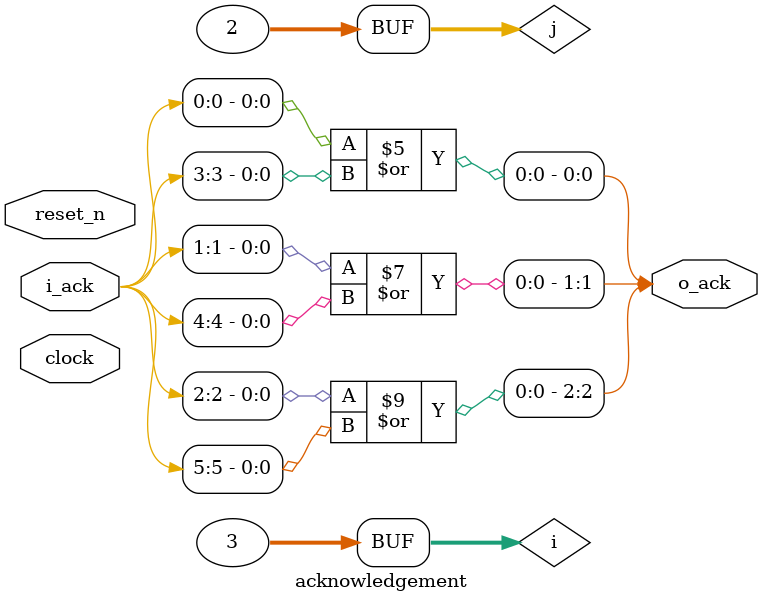
<source format=v>
   `timescale 1ns / 1ps
module acknowledgement #(
     parameter integer NUM_OF_REDUCERS = 2,
     parameter integer NUM_OF_PARTITIONERS = 3

     )(
       clock,
       reset_n,

       i_ack,
       o_ack


       );

   
   
   // INPUTS
   input clock,reset_n;//,enable; // enable is when !fifo_full

   input [(NUM_OF_REDUCERS*NUM_OF_PARTITIONERS)-1:0] i_ack;

   output reg [NUM_OF_PARTITIONERS-1:0] 		   o_ack;

   //reg 						   ack;
   
   
   integer 					   i, j;


   always @ (*)
     begin

	for (i = 0 ; i < NUM_OF_PARTITIONERS; i= i+1)
	  begin
        o_ack[i] = 0;
	     for ( j = 0 ; j < NUM_OF_REDUCERS; j = j+1)
	       begin
		      //if (i_ack[(j*NUM_OF_REDUCERS)+i] == 1'b1)
		        o_ack[i] = o_ack[i] | i_ack[(j*NUM_OF_PARTITIONERS)+i]; //1'b1;
		  
	       end
	     

	  end
	

     end

   

   
endmodule // acknowledgement


</source>
